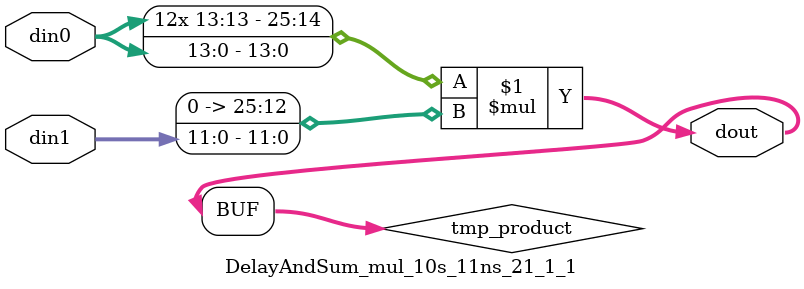
<source format=v>

`timescale 1 ns / 1 ps

 module DelayAndSum_mul_10s_11ns_21_1_1(din0, din1, dout);
parameter ID = 1;
parameter NUM_STAGE = 0;
parameter din0_WIDTH = 14;
parameter din1_WIDTH = 12;
parameter dout_WIDTH = 26;

input [din0_WIDTH - 1 : 0] din0; 
input [din1_WIDTH - 1 : 0] din1; 
output [dout_WIDTH - 1 : 0] dout;

wire signed [dout_WIDTH - 1 : 0] tmp_product;


























assign tmp_product = $signed(din0) * $signed({1'b0, din1});









assign dout = tmp_product;





















endmodule

</source>
